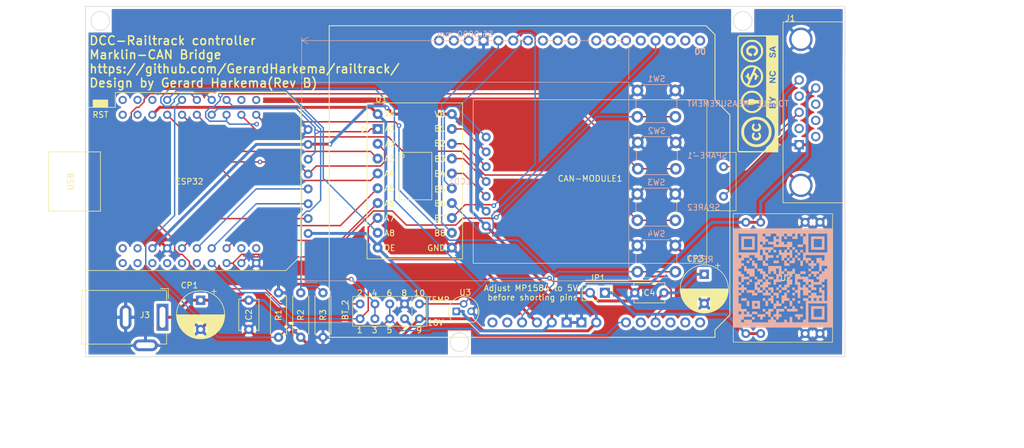
<source format=kicad_pcb>
(kicad_pcb (version 20240108) (generator "pcbnew") (generator_version "8.0")
  (title_block (title "TrackController") (date "2024-05-07") (rev "B") (comment 1 "Design by: Gerard Harkema"))
  (layers (0 "F.Cu" signal) (31 "B.Cu" signal) (34 "B.Paste" user) (35 "F.Paste" user) (36 "B.SilkS" user "B.Silkscreen") (37 "F.SilkS" user "F.Silkscreen") (38 "B.Mask" user) (39 "F.Mask" user) (44 "Edge.Cuts" user))
  (net 0 "")
  (net 1 "/MOSI")
  (net 2 "/SCK")
  (net 3 "/IS")
  (net 4 "/MEASUREMENT_TOGGLE")
  (net 5 "/VOLTAGE")
  (net 6 "/SPARE-SWITCH-1")
  (net 7 "/CAN-INT*{slash}TRACK-PROG-POWER-ENABLE-TTL")
  (net 8 "/TRACK-ENABLE-TTL")
  (net 9 "/TRACK-PROG-PULSE")
  (net 10 "/TRACK-PULSE-H-TTL")
  (net 12 "/CAN-INT*{slash}TRACK-PROG-POWER-ENABLE")
  (net 13 "/TRACK-PULSE-H")
  (net 14 "/TRACK-POWER-ENABLE")
  (net 15 "/CAN-CS*")
  (net 16 "/MISO")
  (net 17 "/TRACK-PULSE-L")
  (net 18 "/TEMP")
  (net 20 "/VCC-RAW")
  (net 25 "/LCD-RS")
  (net 26 "/LCD-CS*")
  (net 27 "/LCD-RES")
  (net 28 "/CAN-CS-TTL*")
  (net 29 "/CAN-L")
  (net 30 "/SI-TTL")
  (net 31 "/TRACK-PROG-PULSE-TTL")
  (net 32 "/SO-TTL")
  (net 33 "/CAN-H")
  (net 34 "/SCK-TTL")
  (net 38 "/RESET*")
  (net 41 "/VCC")
  (net 47 "/SPARE-SWITCH-2")
  (net 63 "/3V3")
  (net 64 "GND")
  (net 65 "/18V")
  (footprint "Resistor_THT:R_Axial_DIN0207_L6.3mm_D2.5mm_P7.62mm_Horizontal" (layer "F.Cu") (at 80.64 119.05 -90)
    (property "Reference" "R3")
    (property "Value" "10k")
  )
  (footprint "Capacitor_THT:C_Disc_D5.1mm_W3.2mm_P5.00mm" (layer "F.Cu") (at 67.94 120.32 -90)
    (property "Reference" "C2")
    (property "Value" "100nF")
  )
  (footprint "railtrack:IBT_2" (layer "F.Cu") (at 92.07 122.225 90)
    (property "Reference" "IBT_2")
    (property "Value" "~")
  )
  (footprint "railtrack:MCP2515 Module" (layer "F.Cu") (at 126.36 100)
    (property "Reference" "CAN-MODULE1")
    (property "Value" "~")
  )
  (footprint "LOGO" (layer "F.Cu") (at 155.062 85.014 90)
    (property "Reference" "G1" (hide yes))
    (property "Value" "LOGO" (hide yes))
  )
  (footprint "Package_TO_SOT_THT:TO-92" (layer "F.Cu") (at 103.46 122.225)
    (property "Reference" "U3")
    (property "Value" "~")
  )
  (footprint "railtrack:Arduino_Shield" (layer "F.Cu") (at 81.71 126.67)
    (property "Reference" "MOTOR-SHIELD1" (hide yes))
    (property "Value" "~")
  )
  (footprint "Connector_PinHeader_2.54mm:PinHeader_1x02_P2.54mm_Vertical" (layer "F.Cu") (at 128.9 119.05 -90)
    (property "Reference" "JP1")
    (property "Value" "Jumper_2_Open")
  )
  (footprint "Resistor_THT:R_Axial_DIN0207_L6.3mm_D2.5mm_P7.62mm_Horizontal" (layer "F.Cu") (at 76.83 126.67 90)
    (property "Reference" "R2")
    (property "Value" "100k")
  )
  (footprint "Capacitor_THT:CP_Radial_D8.0mm_P5.00mm" (layer "F.Cu") (at 145.918 115.8853 -90)
    (property "Reference" "CP3")
    (property "Value" "100uF/25V")
  )
  (footprint "my_footprints:Texas_TXS0108E_Level_Shifter_Module" (layer "F.Cu") (at 90 91)
    (property "Reference" "U1")
    (property "Value" "TXS0108EPW")
  )
  (footprint "Capacitor_THT:CP_Radial_D8.0mm_P5.00mm" (layer "F.Cu") (at 59.685 120.32 -90)
    (property "Reference" "CP1")
    (property "Value" "100uF/25V")
  )
  (footprint "Connector_BarrelJack:BarrelJack_GCT_DCJ200-10-A_Horizontal" (layer "F.Cu") (at 53.16 123.24 -90)
    (property "Reference" "J3")
    (property "Value" "Barrel_Jack_Switch")
  )
  (footprint "Connector_Dsub:DSUB-9_Male_Horizontal_P2.77x2.84mm_EdgePinOffset4.94mm_Housed_MountingHolesOffset7.48mm" (layer "F.Cu") (at 162.16 93.695 90)
    (property "Reference" "J1")
    (property "Value" "DE9_Plug_MountingHoles")
  )
  (footprint "ESP32_mini:ESP32_mini" (layer "F.Cu") (at 57.78 100 -90)
    (property "Reference" "ESP32")
    (property "Value" "mini_esp32")
  )
  (footprint "Capacitor_THT:C_Disc_D5.1mm_W3.2mm_P5.00mm" (layer "F.Cu") (at 139.02 119.05 180)
    (property "Reference" "C4")
    (property "Value" "100nF")
  )
  (footprint "Resistor_THT:R_Axial_DIN0207_L6.3mm_D2.5mm_P7.62mm_Horizontal" (layer "F.Cu") (at 73.02 126.67 90)
    (property "Reference" "R1")
    (property "Value" "10k")
  )
  (footprint "railtrack:MP1484 Module" (layer "F.Cu") (at 159.38 116.51 -90)
    (property "Reference" "U2")
    (property "Value" "~")
  )
  (footprint "Button_Switch_THT:SW_PUSH_6mm" (layer "B.Cu") (at 140.965 110.958 180)
    (property "Reference" "SW4")
    (property "Value" "SW_Push")
  )
  (footprint "LOGO" (layer "B.Cu") (at 159.38 116.51 180)
    (property "Reference" "G***" (hide yes))
    (property "Value" "LOGO" (hide yes))
  )
  (footprint "railtrack:1.77 LCD Display 128x160" (layer "B.Cu") (at 105 100)
    (property "Reference" "LCD1")
    (property "Value" "~")
  )
  (footprint "Button_Switch_THT:SW_PUSH_6mm" (layer "B.Cu") (at 140.965 84.415 180)
    (property "Reference" "SW1")
    (property "Value" "SW_Push")
  )
  (footprint "Button_Switch_THT:SW_PUSH_6mm" (layer "B.Cu") (at 140.965 102.1407 180)
    (property "Reference" "SW3")
    (property "Value" "SW_Push")
  )
  (footprint "Button_Switch_THT:SW_PUSH_6mm" (layer "B.Cu") (at 141.04 93.3233 180)
    (property "Reference" "SW2")
    (property "Value" "SW_Push")
  )
  (gr_line (start 40 130) (end 170 130) (stroke (width 0.1)) (layer "Edge.Cuts"))
  (gr_circle (center 104 127.5) (end 105.6 127.5) (stroke (width 0.1)) (fill none) (layer "Edge.Cuts"))
  (gr_line (start 170 130) (end 170 70) (stroke (width 0.1)) (layer "Edge.Cuts"))
  (gr_circle (center 42.5 72.5) (end 44.1 72.5) (stroke (width 0.1)) (fill none) (layer "Edge.Cuts"))
  (gr_line (start 40 70) (end 40 130) (stroke (width 0.1)) (layer "Edge.Cuts"))
  (gr_line (start 170 70) (end 40 70) (stroke (width 0.1)) (layer "Edge.Cuts"))
  (gr_circle (center 152.5 72.5) (end 154.1 72.5) (stroke (width 0.1)) (fill none) (layer "Edge.Cuts"))
  (gr_text "SPARE-1" (at 142.87 95.555 0) (layer "B.SilkS") (effects (font (size 1 1)) (justify right mirror)))
  (gr_text "RESET" (at 142.87 113.335 0) (layer "B.SilkS") (effects (font (size 1 1)) (justify right mirror)))
  (gr_text "SPARE2" (at 142.87 104.445 0) (layer "B.SilkS") (effects (font (size 1 1)) (justify right mirror)))
  (gr_text "TOGGLE-MEASUREMENT" (at 142.87 86.665 0) (layer "B.SilkS") (effects (font (size 1 1)) (justify right mirror)))
  (gr_text "18V" (at 98.42 124.765 0) (layer "F.SilkS") (effects (font (size 1 1)) (justify left bottom)))
  (gr_text "TEMP" (at 98.42 119.685 0) (layer "F.SilkS") (effects (font (size 1 1)) (justify left top)))
  (gr_text "Adjust MP1584 to 5V\nbefore shorting pins" (at 124.328 119.05 0) (layer "F.SilkS") (effects (font (size 1 1)) (justify right)))
  (gr_text "DCC-Railtrack controller\nMarklin-CAN Bridge\nhttps://github.com/GerardHarkema/railtrack/\nDesign by Gerard Harkema(Rev B)\n" (at 40.5 84 0) (layer "F.SilkS") (effects (font (size 1.5 1.5) (thickness 0.25) (bold yes)) (justify left bottom)))
  (segment (start 90.4749 97.35) (end 79.48 97.35) (width 0.25) (layer "F.Cu") (net 1))
  (segment (start 91.1917 94.7317) (end 91.1917 96.6332) (width 0.25) (layer "F.Cu") (net 1))
  (segment (start 91.1917 96.6332) (end 90.4749 97.35) (width 0.25) (layer "F.Cu") (net 1))
  (segment (start 64.5875 96.6475) (end 56.51 88.57) (width 0.25) (layer "F.Cu") (net 1))
  (segment (start 76.0175 96.6475) (end 69.8525 96.6475) (width 0.25) (layer "F.Cu") (net 1))
  (segment (start 78.1 98.73) (end 76.0175 96.6475) (width 0.25) (layer "F.Cu") (net 1))
  (segment (start 69.8525 96.6475) (end 64.5875 96.6475) (width 0.25) (layer "F.Cu") (net 1))
  (segment (start 90 93.54) (end 91.1917 94.7317) (width 0.25) (layer "F.Cu") (net 1))
  (segment (start 79.48 97.35) (end 78.1 98.73) (width 0.25) (layer "F.Cu") (net 1))
  (via (at 69.8525 96.6475) (size 0.8) (drill 0.4) (layers "F.Cu" "B.Cu") (net 1))
  (segment (start 88.8233 91) (end 88.3526 91.4707) (width 0.25) (layer "F.Cu") (net 2))
  (segment (start 88.3526 91.4707) (end 79.5135 91.4707) (width 0.25) (layer "F.Cu") (net 2))
  (segment (start 90 91) (end 88.8233 91) (width 0.25) (layer "F.Cu") (net 2))
  (via (at 79.5135 91.4707) (size 0.8) (drill 0.4) (layers "F.Cu" "B.Cu") (net 2))
  (segment (start 76.0862 87.5415) (end 62.6185 87.5415) (width 0.25) (layer "B.Cu") (net 2))
  (segment (start 78.1 96.19) (end 79.2889 95.0011) (width 0.25) (layer "B.Cu") (net 2))
  (segment (start 79.2889 90.7442) (end 76.0862 87.5415) (width 0.25) (layer "B.Cu") (net 2))
  (segment (start 79.2889 95.0011) (end 79.2889 91.4707) (width 0.25) (layer "B.Cu") (net 2))
  (segment (start 79.2889 91.4707) (end 79.5135 91.4707) (width 0.25) (layer "B.Cu") (net 2))
  (segment (start 79.2889 91.4707) (end 79.2889 90.7442) (width 0.25) (layer "B.Cu") (net 2))
  (segment (start 62.6185 87.5415) (end 61.59 88.57) (width 0.25) (layer "B.Cu") (net 2))
  (segment (start 73.02 126.67) (end 75.0311 124.6589) (width 0.25) (layer "F.Cu") (net 3))
  (segment (start 90.9061 124.6589) (end 92.07 123.495) (width 0.25) (layer "F.Cu") (net 3))
  (segment (start 75.0311 124.6589) (end 90.9061 124.6589) (width 0.25) (layer "F.Cu") (net 3))
  (segment (start 55.6283 86.9117) (end 56.51 86.03) (width 0.25) (layer "B.Cu") (net 3))
  (segment (start 55.6283 86.9138) (end 55.6283 86.9117) (width 0.25) (layer "B.Cu") (net 3))
  (segment (start 92.07 120.955) (end 92.07 123.495) (width 0.25) (layer "B.Cu") (net 3))
  (segment (start 73.02 126.67) (end 62.6596 126.67) (width 0.25) (layer "B.Cu") (net 3))
  (segment (start 107.2243 126.2622) (end 129.1875 126.2622) (width 0.25) (layer "B.Cu") (net 3))
  (segment (start 98.8082 125.521) (end 99.1627 125.1665) (width 0.25) (layer "B.Cu") (net 3))
  (segment (start 106.1286 125.1665) (end 107.2243 126.2622) (width 0.25) (layer "B.Cu") (net 3))
  (segment (start 132.51 124.13) (end 131.3197 124.13) (width 0.25) (layer "B.Cu") (net 3))
  (segment (start 55.2401 105.8199) (end 55.2401 87.302) (width 0.25) (layer "B.Cu") (net 3))
  (segment (start 99.1627 125.1665) (end 106.1286 125.1665) (width 0.25) (layer "B.Cu") (net 3))
  (segment (start 129.1875 126.2622) (end 131.3197 124.13) (width 0.25) (layer "B.Cu") (net 3))
  (segment (start 92.07 123.495) (end 94.096 125.521) (width 0.25) (layer "B.Cu") (net 3))
  (segment (start 50.2987 110.7613) (end 55.2401 105.8199) (width 0.25) (layer "B.Cu") (net 3))
  (segment (start 50.2987 114.3091) (end 50.2987 110.7613) (width 0.25) (layer "B.Cu") (net 3))
  (segment (start 94.096 125.521) (end 98.8082 125.521) (width 0.25) (layer "B.Cu") (net 3))
  (segment (start 55.2401 87.302) (end 55.6283 86.9138) (width 0.25) (layer "B.Cu") (net 3))
  (segment (start 62.6596 126.67) (end 50.2987 114.3091) (width 0.25) (layer "B.Cu") (net 3))
  (segment (start 104.5607 106.2793) (end 110.1817 106.2793) (width 0.25) (layer "F.Cu") (net 4))
  (segment (start 94.9195 107.4551) (end 103.3849 107.4551) (width 0.25) (layer "F.Cu") (net 4))
  (segment (start 70.4238 112.9119) (end 81.4281 112.9119) (width 0.25) (layer "F.Cu") (net 4))
  (segment (start 134.465 88.915) (end 140.965 88.915) (width 0.25) (layer "F.Cu") (net 4))
  (segment (start 103.3849 107.4551) (end 104.5607 106.2793) (width 0.25) (layer "F.Cu") (net 4))
  (segment (start 110.1817 106.2793) (end 110.32 106.141) (width 0.25) (layer "F.Cu") (net 4))
  (segment (start 92.5121 105.0477) (end 94.9195 107.4551) (width 0.25) (layer "F.Cu") (net 4))
  (segment (start 89.2923 105.0477) (end 92.5121 105.0477) (width 0.25) (layer "F.Cu") (net 4))
  (segment (start 67.7266 112.9134) (end 70.4223 112.9134) (width 0.25) (layer "F.Cu") (net 4))
  (segment (start 81.4281 112.9119) (end 89.2923 105.0477) (width 0.25) (layer "F.Cu") (net 4))
  (segment (start 66.67 113.97) (end 67.7266 112.9134) (width 0.25) (layer "F.Cu") (net 4))
  (segment (start 70.4223 112.9134) (end 70.4238 112.9119) (width 0.25) (layer "F.Cu") (net 4))
  (via (at 110.32 106.141) (size 0.8) (drill 0.4) (layers "F.Cu" "B.Cu") (net 4))
  (segment (start 110.32 106.141) (end 127.546 88.915) (width 0.25) (layer "B.Cu") (net 4))
  (segment (start 127.546 88.915) (end 134.465 88.915) (width 0.25) (layer "B.Cu") (net 4))
  (segment (start 76.8922 106.0127) (end 76.8922 117.9087) (width 0.25) (layer "B.Cu") (net 5))
  (segment (start 76.279 87.0567) (end 80.2403 91.018) (width 0.25) (layer "B.Cu") (net 5))
  (segment (start 76.8922 117.9087) (end 79.4987 117.9087) (width 0.25) (layer "B.Cu") (net 5))
  (segment (start 76.8776 117.9233) (end 76.8922 117.9087) (width 0.25) (layer "B.Cu") (net 5))
  (segment (start 76.83 117.9233) (end 76.8776 117.9233) (width 0.25) (layer "B.Cu") (net 5))
  (segment (start 80.2403 91.018) (end 80.2403 103.212) (width 0.25) (layer "B.Cu") (net 5))
  (segment (start 65.1567 87.0567) (end 76.279 87.0567) (width 0.25) (layer "B.Cu") (net 5))
  (segment (start 77.8249 105.08) (end 76.8922 106.0127) (width 0.25) (layer "B.Cu") (net 5))
  (segment (start 78.3723 105.08) (end 77.8249 105.08) (width 0.25) (layer "B.Cu") (net 5))
  (segment (start 79.4987 117.9087) (end 80.64 119.05) (width 0.25) (layer "B.Cu") (net 5))
  (segment (start 76.83 119.05) (end 76.83 117.9233) (width 0.25) (layer "B.Cu") (net 5))
  (segment (start 64.13 86.03) (end 65.1567 87.0567) (width 0.25) (layer "B.Cu") (net 5))
  (segment (start 80.2403 103.212) (end 78.3723 105.08) (width 0.25) (layer "B.Cu") (net 5))
  (segment (start 134.54 97.8233) (end 121.708 84.9913) (width 0.25) (layer "F.Cu") (net 6))
  (segment (start 121.708 84.9913) (end 63.2876 84.9913) (width 0.25) (layer "F.Cu") (net 6))
  (segment (start 63.2876 84.9913) (end 63.0631 85.2158) (width 0.25) (layer "F.Cu") (net 6))
  (segment (start 141.04 97.8233) (end 134.54 97.8233) (width 0.25) (layer "F.Cu") (net 6))
  (via (at 63.0631 85.2158) (size 0.8) (drill 0.4) (layers "F.Cu" "B.Cu") (net 6))
  (via (at 69.2825 90.1741) (size 0.8) (drill 0.4) (layers "F.Cu" "B.Cu") (net 6))
  (segment (start 64.13 89.6756) (end 64.13 88.57) (width 0.25) (layer "B.Cu") (net 6))
  (segment (start 61.3572 87.2817) (end 61.8514 87.2817) (width 0.25) (layer "B.Cu") (net 6))
  (segment (start 63.0631 85.2145) (end 63.0631 85.2158) (width 0.25) (layer "B.Cu") (net 6))
  (segment (start 61.238 89.6756) (end 60.5633 89.0009) (width 0.25) (layer "B.Cu") (net 6))
  (segment (start 60.5633 89.0009) (end 60.5633 88.0756) (width 0.25) (layer "B.Cu") (net 6))
  (segment (start 69.2825 90.1741) (end 64.6285 90.1741) (width 0.25) (layer "B.Cu") (net 6))
  (segment (start 64.6285 90.1741) (end 64.13 89.6756) (width 0.25) (layer "B.Cu") (net 6))
  (segment (start 63.063 85.2145) (end 63.0631 85.2145) (width 0.25) (layer "B.Cu") (net 6))
  (segment (start 60.5633 88.0756) (end 61.3572 87.2817) (width 0.25) (layer "B.Cu") (net 6))
  (segment (start 63.063 86.0701) (end 63.063 85.2145) (width 0.25) (layer "B.Cu") (net 6))
  (segment (start 61.8514 87.2817) (end 63.063 86.0701) (width 0.25) (layer "B.Cu") (net 6))
  (segment (start 64.13 89.6756) (end 61.238 89.6756) (width 0.25) (layer "B.Cu") (net 6))
  (segment (start 103.9479 87.7479) (end 103.9479 87.1519) (width 0.25) (layer "B.Cu") (net 7))
  (segment (start 101.4157 87.8919) (end 101.4157 99.8757) (width 0.25) (layer "B.Cu") (net 7))
  (segment (start 101.4157 99.8757) (end 102.7 101.16) (width 0.25) (layer "B.Cu") (net 7))
  (segment (start 108.58 92.38) (end 103.9479 87.7479) (width 0.25) (layer "B.Cu") (net 7))
  (segment (start 115.746 75.87) (end 114.5557 75.87) (width 0.25) (layer "B.Cu") (net 7))
  (segment (start 102.1557 87.1519) (end 101.4157 87.8919) (width 0.25) (layer "B.Cu") (net 7))
  (segment (start 114.5557 76.5441) (end 103.9479 87.1519) (width 0.25) (layer "B.Cu") (net 7))
  (segment (start 103.9479 87.1519) (end 102.1557 87.1519) (width 0.25) (layer "B.Cu") (net 7))
  (segment (start 114.5557 75.87) (end 114.5557 76.5441) (width 0.25) (layer "B.Cu") (net 7))
  (segment (start 109.7687 106.6654) (end 109.571 106.4677) (width 0.25) (layer "B.Cu") (net 8))
  (segment (start 137.59 77.7612) (end 137.59 75.87) (width 0.25) (layer "B.Cu") (net 8))
  (segment (start 109.0575 108.8669) (end 109.7687 108.1557) (width 0.25) (layer "B.Cu") (net 8))
  (segment (start 109.571 105.7802) (end 137.59 77.7612) (width 0.25) (layer "B.Cu") (net 8))
  (segment (start 102.7 103.7) (end 107.8669 108.8669) (width 0.25) (layer "B.Cu") (net 8))
  (segment (start 109.7687 108.1557) (end 109.7687 106.6654) (width 0.25) (layer "B.Cu") (net 8))
  (segment (start 109.571 106.4677) (end 109.571 105.7802) (width 0.25) (layer "B.Cu") (net 8))
  (segment (start 107.8669 108.8669) (end 109.0575 108.8669) (width 0.25) (layer "B.Cu") (net 8))
  (segment (start 71.4735 84.4875) (end 74.3573 84.4875) (width 0.25) (layer "B.Cu") (net 9))
  (segment (start 80.692 99.472) (end 90 108.78) (width 0.25) (layer "B.Cu") (net 9))
  (segment (start 74.3573 84.4875) (end 76.0348 86.165) (width 0.25) (layer "B.Cu") (net 9))
  (segment (start 71.472 84.489) (end 71.4735 84.4875) (width 0.25) (layer "B.Cu") (net 9))
  (segment (start 76.0348 86.165) (end 76.0368 86.165) (width 0.25) (layer "B.Cu") (net 9))
  (segment (start 53.97 86.03) (end 55.511 84.489) (width 0.25) (layer "B.Cu") (net 9))
  (segment (start 55.511 84.489) (end 71.472 84.489) (width 0.25) (layer "B.Cu") (net 9))
  (segment (start 80.692 90.8202) (end 80.692 99.472) (width 0.25) (layer "B.Cu") (net 9))
  (segment (start 76.0368 86.165) (end 80.692 90.8202) (width 0.25) (layer "B.Cu") (net 9))
  (segment (start 109.72 103.972) (end 109.882 104.134) (width 0.25) (layer "F.Cu") (net 10))
  (segment (start 104.968 103.972) (end 109.72 103.972) (width 0.25) (layer "F.Cu") (net 10))
  (segment (start 102.7 106.24) (end 104.968 103.972) (width 0.25) (layer "F.Cu") (net 10))
  (via (at 109.882 104.134) (size 0.8) (drill 0.4) (layers "F.Cu" "B.Cu") (net 10))
  (segment (start 114.4462 74.6298) (end 113.206 75.87) (width 0.25) (layer "B.Cu") (net 10))
  (segment (start 116.2266 74.6298) (end 114.4462 74.6298) (width 0.25) (layer "B.Cu") (net 10))
  (segment (start 116.959 97.057) (end 116.959 75.3622) (width 0.25) (layer "B.Cu") (net 10))
  (segment (start 109.882 104.134) (end 116.959 97.057) (width 0.25) (layer "B.Cu") (net 10))
  (segment (start 116.959 75.3622) (end 116.2266 74.6298) (width 0.25) (layer "B.Cu") (net 10))
  (segment (start 90 101.16) (end 83.6107 107.5493) (width 0.25) (layer "F.Cu") (net 12))
  (segment (start 83.6107 107.5493) (end 68.0107 107.5493) (width 0.25) (layer "F.Cu") (net 12))
  (segment (start 68.0107 107.5493) (end 64.13 111.43) (width 0.25) (layer "F.Cu") (net 12))
  (segment (start 88.3882 107.8518) (end 90 106.24) (width 0.25) (layer "F.Cu") (net 13))
  (segment (start 88.3882 122.0968) (end 88.3882 107.8518) (width 0.25) (layer "F.Cu") (net 13))
  (segment (start 86.99 123.495) (end 88.3882 122.0968) (width 0.25) (layer "F.Cu") (net 13))
  (segment (start 75.3877 123.495) (end 70.9202 119.0275) (width 0.25) (layer "B.Cu") (net 13))
  (segment (start 66.6475 119.0275) (end 61.59 113.97) (width 0.25) (layer "B.Cu") (net 13))
  (segment (start 86.99 123.495) (end 75.3877 123.495) (width 0.25) (layer "B.Cu") (net 13))
  (segment (start 70.9202 119.0275) (end 66.6475 119.0275) (width 0.25) (layer "B.Cu") (net 13))
  (segment (start 65.1754 113.9939) (end 67.8975 116.716) (width 0.25) (layer "F.Cu") (net 14))
  (segment (start 64.1539 113.9939) (end 65.1754 113.9939) (width 0.25) (layer "F.Cu") (net 14))
  (segment (start 83.6213 110.0787) (end 90 103.7) (width 0.25) (layer "F.Cu") (net 14))
  (segment (start 64.13 113.97) (end 64.1539 113.9939) (width 0.25) (layer "F.Cu") (net 14))
  (segment (start 67.8975 116.716) (end 85.4887 116.716) (width 0.25) (layer "F.Cu") (net 14))
  (segment (start 66.7076 112.4617) (end 70.2352 112.4617) (width 0.25) (layer "F.Cu") (net 14))
  (segment (start 65.1754 113.9939) (end 66.7076 112.4617) (width 0.25) (layer "F.Cu") (net 14))
  (segment (start 72.6182 110.0787) (end 83.6213 110.0787) (width 0.25) (layer "F.Cu") (net 14))
  (segment (start 70.2352 112.4617) (end 72.6182 110.0787) (width 0.25) (layer "F.Cu") (net 14))
  (via (at 85.4887 116.716) (size 0.8) (drill 0.4) (layers "F.Cu" "B.Cu") (net 14))
  (segment (start 89.53 120.7573) (end 85.4887 116.716) (width 0.25) (layer "B.Cu") (net 14))
  (segment (start 89.53 120.955) (end 89.53 123.495) (width 0.25) (layer "B.Cu") (net 14))
  (segment (start 89.53 120.955) (end 89.53 120.7573) (width 0.25) (layer "B.Cu") (net 14))
  (segment (start 65.2195 99.8195) (end 53.97 88.57) (width 0.25) (layer "F.Cu") (net 15))
  (segment (start 88.8005 99.8195) (end 65.2195 99.8195) (width 0.25) (layer "F.Cu") (net 15))
  (segment (start 90 98.62) (end 88.8005 99.8195) (width 0.25) (layer "F.Cu") (net 15))
  (segment (start 88.7651 94.8451) (end 65.3251 94.8451) (width 0.25) (layer "F.Cu") (net 16))
  (segment (start 65.3251 94.8451) (end 59.05 88.57) (width 0.25) (layer "F.Cu") (net 16))
  (segment (start 90 96.08) (end 88.7651 94.8451) (width 0.25) (layer "F.Cu") (net 16))
  (segment (start 73.3315 120.955) (end 86.99 120.955) (width 0.25) (layer "F.Cu") (net 17))
  (segment (start 61.957 118.3765) (end 70.753 118.3765) (width 0.25) (layer "F.Cu") (net 17))
  (segment (start 48.703 87.3) (end 47.8231 88.1799) (width 0.25) (layer "F.Cu") (net 17))
  (segment (start 57.9781 84.9581) (end 51.0002 84.9581) (width 0.25) (layer "F.Cu") (net 17))
  (segment (start 47.8231 102.6565) (end 55.24 110.0734) (width 0.25) (layer "F.Cu") (net 17))
  (segment (start 56.5145 112.4567) (end 57.7801 113.7223) (width 0.25) (layer "F.Cu") (net 17))
  (segment (start 51.0002 84.9581) (end 50.0161 85.9422) (width 0.25) (layer "F.Cu") (net 17))
  (segment (start 49.084 87.3) (end 48.703 87.3) (width 0.25) (layer "F.Cu") (net 17))
  (segment (start 55.24 111.6579) (end 56.0388 112.4567) (width 0.25) (layer "F.Cu") (net 17))
  (segment (start 57.7801 114.1996) (end 61.957 118.3765) (width 0.25) (layer "F.Cu") (net 17))
  (segment (start 50.0161 86.3679) (end 49.084 87.3) (width 0.25) (layer "F.Cu") (net 17))
  (segment (start 50.0161 85.9422) (end 50.0161 86.3679) (width 0.25) (layer "F.Cu") (net 17))
  (segment (start 70.753 118.3765) (end 73.3315 120.955) (width 0.25) (layer "F.Cu") (net 17))
  (segment (start 57.7801 113.7223) (end 57.7801 114.1996) (width 0.25) (layer "F.Cu") (net 17))
  (segment (start 56.0388 112.4567) (end 56.5145 112.4567) (width 0.25) (layer "F.Cu") (net 17))
  (segment (start 55.24 110.0734) (end 55.24 111.6579) (width 0.25) (layer "F.Cu") (net 17))
  (segment (start 47.8231 88.1799) (end 47.8231 102.6565) (width 0.25) (layer "F.Cu") (net 17))
  (segment (start 59.05 86.03) (end 57.9781 84.9581) (width 0.25) (layer "F.Cu") (net 17))
  (segment (start 119.96 117.08) (end 138.8104 117.08) (width 0.25) (layer "F.Cu") (net 18))
  (segment (start 140.2528 120.2769) (end 137.59 122.9397) (width 0.25) (layer "F.Cu") (net 18))
  (segment (start 104.73 120.955) (end 97.15 120.955) (width 0.25) (layer "F.Cu") (net 18))
  (segment (start 119.423 116.543) (end 119.96 117.08) (width 0.25) (layer "F.Cu") (net 18))
  (segment (start 140.2528 118.5224) (end 140.2528 120.2769) (width 0.25) (layer "F.Cu") (net 18))
  (segment (start 137.59 124.13) (end 137.59 122.9397) (width 0.25) (layer "F.Cu") (net 18))
  (segment (start 138.8104 117.08) (end 140.2528 118.5224) (width 0.25) (layer "F.Cu") (net 18))
  (via (at 119.423 116.543) (size 0.8) (drill 0.4) (layers "F.Cu" "B.Cu") (net 18))
  (segment (start 56.0861 85.0019) (end 55.1766 85.9114) (width 0.25) (layer "B.Cu") (net 18))
  (segment (start 53.5356 87.1164) (end 52.8939 86.4747) (width 0.25) (layer "B.Cu") (net 18))
  (segment (start 119.423 116.543) (end 109.142 116.543) (width 0.25) (layer "B.Cu") (net 18))
  (segment (start 61.59 86.03) (end 60.5619 85.0019) (width 0.25) (layer "B.Cu") (net 18))
  (segment (start 60.5619 85.0019) (end 56.0861 85.0019) (width 0.25) (layer "B.Cu") (net 18))
  (segment (start 89.4011 84.0175) (end 92.8657 87.4821) (width 0.25) (layer "B.Cu") (net 18))
  (segment (start 54.5046 84.0175) (end 89.4011 84.0175) (width 0.25) (layer "B.Cu") (net 18))
  (segment (start 55.1766 85.9114) (end 55.1766 86.3318) (width 0.25) (layer "B.Cu") (net 18))
  (segment (start 52.8939 85.6282) (end 54.5046 84.0175) (width 0.25) (layer "B.Cu") (net 18))
  (segment (start 92.8657 87.4821) (end 92.8657 103.1966) (width 0.25) (layer "B.Cu") (net 18))
  (segment (start 52.8939 86.4747) (end 52.8939 85.6282) (width 0.25) (layer "B.Cu") (net 18))
  (segment (start 107.6771 118.0079) (end 104.73 120.955) (width 0.25) (layer "B.Cu") (net 18))
  (segment (start 55.1766 86.3318) (end 54.392 87.1164) (width 0.25) (layer "B.Cu") (net 18))
  (segment (start 54.392 87.1164) (end 53.5356 87.1164) (width 0.25) (layer "B.Cu") (net 18))
  (segment (start 109.142 116.543) (end 107.6771 118.0079) (width 0.25) (layer "B.Cu") (net 18))
  (segment (start 92.8657 103.1966) (end 107.6771 118.0079) (width 0.25) (layer "B.Cu") (net 18))
  (segment (start 153.03 126.035) (end 155.57 126.035) (width 0.5) (layer "F.Cu") (net 20))
  (segment (start 133.9664 122.7147) (end 130.3017 119.05) (width 0.5) (layer "B.Cu") (net 20))
  (segment (start 128.9 119.05) (end 130.3017 119.05) (width 0.5) (layer "B.Cu") (net 20))
  (segment (start 149.7097 122.7147) (end 133.9664 122.7147) (width 0.5) (layer "B.Cu") (net 20))
  (segment (start 153.03 126.035) (end 149.7097 122.7147) (width 0.5) (layer "B.Cu") (net 20))
  (segment (start 69.21 103.81) (end 78.1 103.81) (width 0.25) (layer "B.Cu") (net 25))
  (segment (start 61.59 111.43) (end 69.21 103.81) (width 0.25) (layer "B.Cu") (net 25))
  (segment (start 61.59 106.35) (end 78.1 106.35) (width 0.25) (layer "F.Cu") (net 26))
  (segment (start 56.51 111.43) (end 61.59 106.35) (width 0.25) (layer "F.Cu") (net 26))
  (segment (start 59.05 111.43) (end 69.21 101.27) (width 0.25) (layer "B.Cu") (net 27))
  (segment (start 69.21 101.27) (end 78.1 101.27) (width 0.25) (layer "B.Cu") (net 27))
  (segment (start 104.66 98.62) (end 108.58 102.54) (width 0.25) (layer "F.Cu") (net 28))
  (segment (start 102.7 98.62) (end 104.66 98.62) (width 0.25) (layer "F.Cu") (net 28))
  (segment (start 159.6107 85.1643) (end 159.6107 92.1493) (width 0.25) (layer "B.Cu") (net 29))
  (segment (start 162.16 82.615) (end 159.6107 85.1643) (width 0.25) (layer "B.Cu") (net 29))
  (segment (start 159.6107 92.1493) (end 149.22 102.54) (width 0.25) (layer "B.Cu") (net 29))
  (segment (start 104.66 93.54) (end 108.58 97.46) (width 0.25) (layer "F.Cu") (net 30))
  (segment (start 102.7 93.54) (end 104.66 93.54) (width 0.25) (layer "F.Cu") (net 30))
  (segment (start 100.9548 86.7715) (end 100.9548 107.0348) (width 0.25) (layer "B.Cu") (net 31))
  (segment (start 110.666 77.0603) (end 100.9548 86.7715) (width 0.25) (layer "B.Cu") (net 31))
  (segment (start 110.666 75.87) (end 110.666 77.0603) (width 0.25) (layer "B.Cu") (net 31))
  (segment (start 100.9548 107.0348) (end 102.7 108.78) (width 0.25) (layer "B.Cu") (net 31))
  (segment (start 104.66 96.08) (end 108.58 100) (width 0.25) (layer "F.Cu") (net 32))
  (segment (start 102.7 96.08) (end 104.66 96.08) (width 0.25) (layer "F.Cu") (net 32))
  (segment (start 152.855 97.46) (end 149.22 97.46) (width 0.25) (layer "F.Cu") (net 33))
  (segment (start 162.16 88.155) (end 152.855 97.46) (width 0.25) (layer "F.Cu") (net 33))
  (segment (start 104.66 91) (end 102.7 91) (width 0.25) (layer "F.Cu") (net 34))
  (segment (start 108.58 94.92) (end 104.66 91) (width 0.25) (layer "F.Cu") (net 34))
  (segment (start 93.6483 90.4287) (end 92.9982 89.7786) (width 0.25) (layer "F.Cu") (net 38))
  (segment (start 70.4186 89.7786) (end 69.21 88.57) (width 0.25) (layer "F.Cu") (net 38))
  (segment (start 134.465 115.458) (end 140.965 115.458) (width 0.25) (layer "F.Cu") (net 38))
  (segment (start 92.9982 89.7786) (end 70.4186 89.7786) (width 0.25) (layer "F.Cu") (net 38))
  (via (at 93.6483 90.4287) (size 0.8) (drill 0.4) (layers "F.Cu" "B.Cu") (net 38))
  (segment (start 120.9162 115.458) (end 120.1497 116.2245) (width 0.25) (layer "B.Cu") (net 38))
  (segment (start 134.465 115.458) (end 120.9162 115.458) (width 0.25) (layer "B.Cu") (net 38))
  (segment (start 120.1497 116.2245) (end 120.1497 117.52) (width 0.25) (layer "B.Cu") (net 38))
  (segment (start 102.2627 110.05) (end 113.9752 110.05) (width 0.25) (layer "B.Cu") (net 38))
  (segment (start 113.9752 110.05) (end 120.1497 116.2245) (width 0.25) (layer "B.Cu") (net 38))
  (segment (start 93.6483 90.4287) (end 93.6483 101.4356) (width 0.25) (layer "B.Cu") (net 38))
  (segment (start 114.73 124.13) (end 114.73 122.9397) (width 0.25) (layer "B.Cu") (net 38))
  (segment (start 120.1497 117.52) (end 114.73 122.9397) (width 0.25) (layer "B.Cu") (net 38))
  (segment (start 93.6483 101.4356) (end 102.2627 110.05) (width 0.25) (layer "B.Cu") (net 38))
  (segment (start 120.8236 119.8636) (end 120.8236 121.7011) (width 0.5) (layer "F.Cu") (net 41))
  (segment (start 119.81 124.13) (end 119.81 122.7147) (width 0.5) (layer "F.Cu") (net 41))
  (segment (start 102.7 88.46) (end 92.6518 88.46) (width 0.5) (layer "F.Cu") (net 41))
  (segment (start 78.1458 93.6042) (end 78.1 93.65) (width 0.5) (layer "F.Cu") (net 41))
  (segment (start 108.58 107.62) (end 120.8236 119.8636) (width 0.5) (layer "F.Cu") (net 41))
  (segment (start 92.6518 88.46) (end 91.5864 87.3946) (width 0.5) (layer "F.Cu") (net 41))
  (segment (start 137.6183 120.4517) (end 127.7617 120.4517) (width 0.5) (layer "F.Cu") (net 41))
  (segment (start 121.6372 119.05) (end 120.8236 119.8636) (width 0.5) (layer "F.Cu") (net 41))
  (segment (start 139.02 119.05) (end 137.6183 120.4517) (width 0.5) (layer "F.Cu") (net 41))
  (segment (start 120.8236 121.7011) (end 119.81 122.7147) (width 0.5) (layer "F.Cu") (net 41))
  (segment (start 127.7617 120.4517) (end 126.36 119.05) (width 0.5) (layer "F.Cu") (net 41))
  (segment (start 126.36 119.05) (end 121.6372 119.05) (width 0.5) (layer "F.Cu") (net 41))
  (segment (start 81.8337 93.6042) (end 78.1458 93.6042) (width 0.5) (layer "F.Cu") (net 41))
  (via (at 81.8337 93.6042) (size 0.8) (drill 0.4) (layers "F.Cu" "B.Cu") (net 41))
  (via (at 91.5864 87.3946) (size 0.8) (drill 0.4) (layers "F.Cu" "B.Cu") (net 41))
  (segment (start 88.3799 87.058) (end 81.8337 93.6042) (width 0.5) (layer "B.Cu") (net 41))
  (segment (start 118.3746 125.5654) (end 107.5376 125.5654) (width 0.5) (layer "B.Cu") (net 41))
  (segment (start 119.81 124.13) (end 118.3746 125.5654) (width 0.5) (layer "B.Cu") (net 41))
  (segment (start 104.6617 122.6895) (end 104.6617 122.225) (width 0.5) (layer "B.Cu") (net 41))
  (segment (start 108.58 107.62) (end 105.967 105.007) (width 0.5) (layer "B.Cu") (net 41))
  (segment (start 91.2498 87.058) (end 88.3799 87.058) (width 0.5) (layer "B.Cu") (net 41))
  (segment (start 105.967 91.727) (end 102.7 88.46) (width 0.5) (layer "B.Cu") (net 41))
  (segment (start 91.5864 87.3946) (end 91.2498 87.058) (width 0.5) (layer "B.Cu") (net 41))
  (segment (start 69.21 93.65) (end 51.43 111.43) (width 0.5) (layer "B.Cu") (net 41))
  (segment (start 103.46 122.225) (end 104.6617 122.225) (width 0.5) (layer "B.Cu") (net 41))
  (segment (start 107.5376 125.5654) (end 104.6617 122.6895) (width 0.5) (layer "B.Cu") (net 41))
  (segment (start 145.918 115.8853) (end 144.5663 115.8853) (width 0.5) (layer "B.Cu") (net 41))
  (segment (start 105.967 105.007) (end 105.967 91.727) (width 0.5) (layer "B.Cu") (net 41))
  (segment (start 141.4016 119.05) (end 144.5663 115.8853) (width 0.5) (layer "B.Cu") (net 41))
  (segment (start 78.1 93.65) (end 69.21 93.65) (width 0.5) (layer "B.Cu") (net 41))
  (segment (start 139.02 119.05) (end 141.4016 119.05) (width 0.5) (layer "B.Cu") (net 41))
  (segment (start 94.2887 94.81) (end 91.842 92.3633) (width 0.25) (layer "F.Cu") (net 47))
  (segment (start 70.3636 92.3633) (end 66.67 88.6697) (width 0.25) (layer "F.Cu") (net 47))
  (segment (start 134.465 106.6407) (end 126.7136 98.8893) (width 0.25) (layer "F.Cu") (net 47))
  (segment (start 126.7136 98.8893) (end 108.372 98.8893) (width 0.25) (layer "F.Cu") (net 47))
  (segment (start 108.372 98.8893) (end 104.2927 94.81) (width 0.25) (layer "F.Cu") (net 47))
  (segment (start 134.465 106.6407) (end 140.965 106.6407) (width 0.25) (layer "F.Cu") (net 47))
  (segment (start 104.2927 94.81) (end 94.2887 94.81) (width 0.25) (layer "F.Cu") (net 47))
  (segment (start 66.67 88.6697) (end 66.67 88.57) (width 0.25) (layer "F.Cu") (net 47))
  (segment (start 91.842 92.3633) (end 70.3636 92.3633) (width 0.25) (layer "F.Cu") (net 47))
  (segment (start 51.43 88.57) (end 52.7 87.3) (width 0.5) (layer "F.Cu") (net 63))
  (segment (start 106.3762 113.2362) (end 91.9162 113.2362) (width 0.5) (layer "F.Cu") (net 63))
  (segment (start 52.7 87.3) (end 88.84 87.3) (width 0.5) (layer "F.Cu") (net 63))
  (segment (start 117.27 124.13) (end 106.3762 113.2362) (width 0.5) (layer "F.Cu") (net 63))
  (segment (start 91.9162 113.2362) (end 90 111.32) (width 0.5) (layer "F.Cu") (net 63))
  (segment (start 88.84 87.3) (end 90 88.46) (width 0.5) (layer "F.Cu") (net 63))
  (segment (start 90 111.32) (end 90 110.9029) (width 0.5) (layer "B.Cu") (net 63))
  (segment (start 89.9355 110.8384) (end 87.9871 108.89) (width 0.5) (layer "B.Cu") (net 63))
  (segment (start 91.4022 89.8622) (end 91.4022 109.3717) (width 0.5) (layer "B.Cu") (net 63))
  (segment (start 95.9336 124.8186) (end 97.7357 124.8186) (width 0.5) (layer "B.Cu") (net 63))
  (segment (start 98.4792 119.7992) (end 90 111.32) (width 0.5) (layer "B.Cu") (net 63))
  (segment (start 94.61 123.495) (end 95.9336 124.8186) (width 0.5) (layer "B.Cu") (net 63))
  (segment (start 98.4792 124.0751) (end 98.4792 119.7992) (width 0.5) (layer "B.Cu") (net 63))
  (segment (start 90 88.46) (end 91.4022 89.8622) (width 0.5) (layer "B.Cu") (net 63))
  (segment (start 91.4022 109.3717) (end 89.9355 110.8384) (width 0.5) (layer "B.Cu") (net 63))
  (segment (start 87.9871 108.89) (end 78.1 108.89) (width 0.5) (layer "B.Cu") (net 63))
  (segment (start 90 110.9029) (end 89.9355 110.8384) (width 0.5) (layer "B.Cu") (net 63))
  (segment (start 97.7357 124.8186) (end 98.4792 124.0751) (width 0.5) (layer "B.Cu") (net 63))
  (segment (start 153.03 106.985) (end 155.57 106.985) (width 0.5) (layer "F.Cu") (net 65))
  (segment (start 59.685 120.32) (end 57.6317 120.32) (width 0.5) (layer "F.Cu") (net 65))
  (segment (start 92.5838 128.0612) (end 78.2212 128.0612) (width 0.5) (layer "F.Cu") (net 65))
  (segment (start 97.15 123.495) (end 92.5838 128.0612) (width 0.5) (layer "F.Cu") (net 65))
  (segment (start 97.15 123.495) (end 105.9945 123.495) (width 0.5) (layer "F.Cu") (net 65))
  (segment (start 105.9945 123.495) (end 108.0604 125.5609) (width 0.5) (layer "F.Cu") (net 65))
  (segment (start 57.6317 120.32) (end 54.7117 123.24) (width 0.5) (layer "F.Cu") (net 65))
  (segment (start 108.0604 125.5609) (end 125.9991 125.5609) (width 0.5) (layer "F.Cu") (net 65))
  (segment (start 125.9991 125.5609) (end 127.43 124.13) (width 0.5) (layer "F.Cu") (net 65))
  (segment (start 78.2212 128.0612) (end 76.83 126.67) (width 0.5) (layer "F.Cu") (net 65))
  (segment (start 67.94 120.32) (end 59.685 120.32) (width 0.5) (layer "F.Cu") (net 65))
  (segment (start 53.16 123.24) (end 54.7117 123.24) (width 0.5) (layer "F.Cu") (net 65))
  (segment (start 163.5118 85.4882) (end 165 84) (width 0.5) (layer "B.Cu") (net 65))
  (segment (start 153.03 106.985) (end 147.2319 106.985) (width 0.5) (layer "B.Cu") (net 65))
  (segment (start 136.6554 117.5615) (end 125.8118 117.5615) (width 0.5) (layer "B.Cu") (net 65))
  (segment (start 124.9196 120.2043) (end 127.43 122.7147) (width 0.5) (layer "B.Cu") (net 65))
  (segment (start 125.8118 117.5615) (end 124.9196 118.4537) (width 0.5) (layer "B.Cu") (net 65))
  (segment (start 124.9196 118.4537) (end 124.9196 120.2043) (width 0.5) (layer "B.Cu") (net 65))
  (segment (start 163.5118 95.5618) (end 163.5118 85.4882) (width 0.5) (layer "B.Cu") (net 65))
  (segment (start 155.57 103.5036) (end 163.5118 95.5618) (width 0.5) (layer "B.Cu") (net 65))
  (segment (start 127.43 124.13) (end 127.43 122.7147) (width 0.5) (layer "B.Cu") (net 65))
  (segment (start 155.57 106.985) (end 155.57 103.5036) (width 0.5) (layer "B.Cu") (net 65))
  (segment (start 76.83 126.67) (end 70.48 120.32) (width 0.5) (layer "B.Cu") (net 65))
  (segment (start 70.48 120.32) (end 67.94 120.32) (width 0.5) (layer "B.Cu") (net 65))
  (segment (start 147.2319 106.985) (end 136.6554 117.5615) (width 0.5) (layer "B.Cu") (net 65))
  (zone (net 0) (net_name "") (layers "F&B.Cu") (connect_pads (clearance 0)) (min_thickness 0.25)
    (keepout (tracks not_allowed) (vias not_allowed) (pads not_allowed) (copperpour not_allowed) (footprints allowed))
    (fill (thermal_gap 0.5) (thermal_bridge_width 0.5))
    (polygon (pts (xy 154.5 74.5) (xy 154.5 70.5) (xy 150.5 70.5) (xy 150.5 74.5)))
  )
  (zone (net 0) (net_name "") (layers "F&B.Cu") (connect_pads (clearance 0)) (min_thickness 0.25)
    (keepout (tracks not_allowed) (vias not_allowed) (pads not_allowed) (copperpour not_allowed) (footprints allowed))
    (fill (thermal_gap 0.5) (thermal_bridge_width 0.5))
    (polygon (pts (xy 106 129.5) (xy 106 125.5) (xy 102 125.5) (xy 102 129.5)))
  )
  (zone (net 64) (net_name "GND") (layers "F&B.Cu") (name "GND") (priority 1) (connect_pads (clearance 0.5)) (min_thickness 0.25) (fill yes (thermal_gap 0.5) (thermal_bridge_width 0.5))
    (polygon (pts (xy 40.5 70.5) (xy 40.5 129.6) (xy 169.5 129.6) (xy 169.6 70.5)))
  )
  (zone (net 0) (net_name "") (layers "F&B.Cu") (connect_pads (clearance 0)) (min_thickness 0.25)
    (keepout (tracks not_allowed) (vias not_allowed) (pads not_allowed) (copperpour not_allowed) (footprints allowed))
    (fill (thermal_gap 0.5) (thermal_bridge_width 0.5))
    (polygon (pts (xy 44.5 74.5) (xy 44.5 70.5) (xy 40.5 70.5) (xy 40.5 74.5)))
  )
  (zone (net 64) (net_name "GND") (layer "B.Cu") (name "GND") (priority 1) (connect_pads (clearance 0.5)) (min_thickness 0.25) (fill yes (thermal_gap 0.5) (thermal_bridge_width 0.5))
    (polygon (pts (xy 40.5 70.5) (xy 40.5 129.6) (xy 169.5 129.6) (xy 169.6 70.5)))
  )
)
</source>
